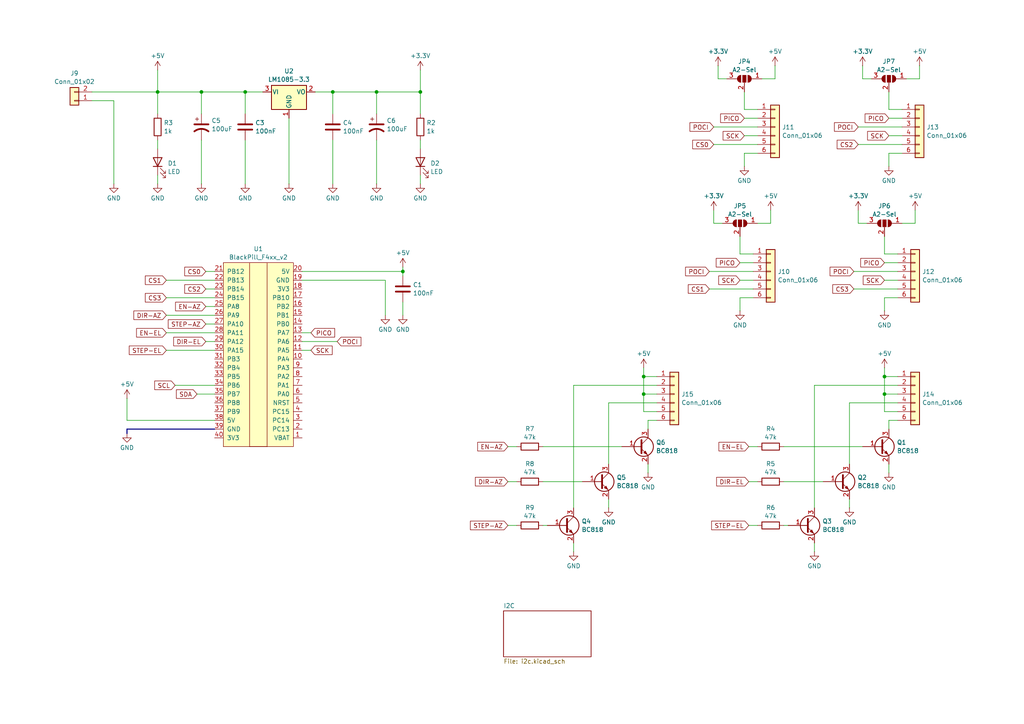
<source format=kicad_sch>
(kicad_sch (version 20231120) (generator "eeschema") (generator_version "8.0")
  (paper "A4")
  (lib_symbols
    (symbol "BlackPill_F4xx_v2:BlackPill_F4xx_v2" (pin_names (offset 1.016))
      (property "Reference" "U" (at -19.05 52.07 0))
      (property "Value" "BlackPill_F4xx_v2" (at -7.62 52.07 0))
      (symbol "BlackPill_F4xx_v2_0_1"
        (rectangle (start -20.32 50.8) (end 0 -2.54) (fill (type background)))
        (rectangle (start -12.7 50.8) (end -7.62 -2.54))
      )
      (symbol "BlackPill_F4xx_v2_1_1"
        (pin power_in line (at 2.54 0 180) (length 2.54) (name "VBAT") (number "1"))
        (pin bidirectional line (at 2.54 22.86 180) (length 2.54) (name "PA4") (number "10"))
        (pin bidirectional line (at 2.54 25.4 180) (length 2.54) (name "PA5") (number "11"))
        (pin bidirectional line (at 2.54 27.94 180) (length 2.54) (name "PA6") (number "12"))
        (pin bidirectional line (at 2.54 30.48 180) (length 2.54) (name "PA7") (number "13"))
        (pin bidirectional line (at 2.54 33.02 180) (length 2.54) (name "PB0") (number "14"))
        (pin bidirectional line (at 2.54 35.56 180) (length 2.54) (name "PB1") (number "15"))
        (pin bidirectional line (at 2.54 38.1 180) (length 2.54) (name "PB2") (number "16"))
        (pin bidirectional line (at 2.54 40.64 180) (length 2.54) (name "PB10") (number "17"))
        (pin power_in line (at 2.54 43.18 180) (length 2.54) (name "3V3") (number "18"))
        (pin power_in line (at 2.54 45.72 180) (length 2.54) (name "GND") (number "19"))
        (pin bidirectional line (at 2.54 2.54 180) (length 2.54) (name "PC13") (number "2"))
        (pin power_in line (at 2.54 48.26 180) (length 2.54) (name "5V") (number "20"))
        (pin bidirectional line (at -22.86 48.26 0) (length 2.54) (name "PB12") (number "21"))
        (pin bidirectional line (at -22.86 45.72 0) (length 2.54) (name "PB13") (number "22"))
        (pin bidirectional line (at -22.86 43.18 0) (length 2.54) (name "PB14") (number "23"))
        (pin bidirectional line (at -22.86 40.64 0) (length 2.54) (name "PB15") (number "24"))
        (pin bidirectional line (at -22.86 38.1 0) (length 2.54) (name "PA8") (number "25"))
        (pin bidirectional line (at -22.86 35.56 0) (length 2.54) (name "PA9") (number "26"))
        (pin bidirectional line (at -22.86 33.02 0) (length 2.54) (name "PA10") (number "27"))
        (pin bidirectional line (at -22.86 30.48 0) (length 2.54) (name "PA11") (number "28"))
        (pin bidirectional line (at -22.86 27.94 0) (length 2.54) (name "PA12") (number "29"))
        (pin bidirectional line (at 2.54 5.08 180) (length 2.54) (name "PC14") (number "3"))
        (pin bidirectional line (at -22.86 25.4 0) (length 2.54) (name "PA15") (number "30"))
        (pin bidirectional line (at -22.86 22.86 0) (length 2.54) (name "PB3") (number "31"))
        (pin bidirectional line (at -22.86 20.32 0) (length 2.54) (name "PB4") (number "32"))
        (pin bidirectional line (at -22.86 17.78 0) (length 2.54) (name "PB5") (number "33"))
        (pin bidirectional line (at -22.86 15.24 0) (length 2.54) (name "PB6") (number "34"))
        (pin bidirectional line (at -22.86 12.7 0) (length 2.54) (name "PB7") (number "35"))
        (pin bidirectional line (at -22.86 10.16 0) (length 2.54) (name "PB8") (number "36"))
        (pin bidirectional line (at -22.86 7.62 0) (length 2.54) (name "PB9") (number "37"))
        (pin bidirectional line (at -22.86 5.08 0) (length 2.54) (name "5V") (number "38"))
        (pin bidirectional line (at -22.86 2.54 0) (length 2.54) (name "GND") (number "39"))
        (pin bidirectional line (at 2.54 7.62 180) (length 2.54) (name "PC15") (number "4"))
        (pin bidirectional line (at -22.86 0 0) (length 2.54) (name "3V3") (number "40"))
        (pin input line (at 2.54 10.16 180) (length 2.54) (name "NRST") (number "5"))
        (pin bidirectional line (at 2.54 12.7 180) (length 2.54) (name "PA0") (number "6"))
        (pin bidirectional line (at 2.54 15.24 180) (length 2.54) (name "PA1") (number "7"))
        (pin bidirectional line (at 2.54 17.78 180) (length 2.54) (name "PA2") (number "8"))
        (pin bidirectional line (at 2.54 20.32 180) (length 2.54) (name "PA3") (number "9"))
      )
    )
    (symbol "Connector_Generic:Conn_01x02" (pin_names (offset 1.016) hide)
      (property "Reference" "J" (at 0 2.54 0))
      (property "Value" "Conn_01x02" (at 0 -5.08 0))
      (symbol "Conn_01x02_1_1"
        (rectangle (start -1.27 -2.413) (end 0 -2.667) (stroke (width 0.1524)))
        (rectangle (start -1.27 0.127) (end 0 -0.127) (stroke (width 0.1524)))
        (rectangle (start -1.27 1.27) (end 1.27 -3.81) (stroke (width 0.254)) (fill (type background)))
        (pin passive line (at -5.08 0 0) (length 3.81) (name "Pin_1") (number "1"))
        (pin passive line (at -5.08 -2.54 0) (length 3.81) (name "Pin_2") (number "2"))
      )
    )
    (symbol "Connector_Generic:Conn_01x06" (pin_names (offset 1.016) hide)
      (property "Reference" "J" (at 0 7.62 0))
      (property "Value" "Conn_01x06" (at 0 -10.16 0))
      (symbol "Conn_01x06_1_1"
        (rectangle (start -1.27 -7.493) (end 0 -7.747) (stroke (width 0.1524)))
        (rectangle (start -1.27 -4.953) (end 0 -5.207) (stroke (width 0.1524)))
        (rectangle (start -1.27 -2.413) (end 0 -2.667) (stroke (width 0.1524)))
        (rectangle (start -1.27 0.127) (end 0 -0.127) (stroke (width 0.1524)))
        (rectangle (start -1.27 2.667) (end 0 2.413) (stroke (width 0.1524)))
        (rectangle (start -1.27 5.207) (end 0 4.953) (stroke (width 0.1524)))
        (rectangle (start -1.27 6.35) (end 1.27 -8.89) (stroke (width 0.254)) (fill (type background)))
        (pin passive line (at -5.08 5.08 0) (length 3.81) (name "Pin_1") (number "1"))
        (pin passive line (at -5.08 2.54 0) (length 3.81) (name "Pin_2") (number "2"))
        (pin passive line (at -5.08 0 0) (length 3.81) (name "Pin_3") (number "3"))
        (pin passive line (at -5.08 -2.54 0) (length 3.81) (name "Pin_4") (number "4"))
        (pin passive line (at -5.08 -5.08 0) (length 3.81) (name "Pin_5") (number "5"))
        (pin passive line (at -5.08 -7.62 0) (length 3.81) (name "Pin_6") (number "6"))
      )
    )
    (symbol "Device:C" (pin_numbers hide) (pin_names (offset 0.254))
      (property "Reference" "C" (at 0.635 2.54 0))
      (property "Value" "C" (at 0.635 -2.54 0))
      (symbol "C_0_1"
        (polyline (pts (xy -2.032 -0.762) (xy 2.032 -0.762)) (stroke (width 0.508)))
        (polyline (pts (xy -2.032 0.762) (xy 2.032 0.762)) (stroke (width 0.508)))
      )
      (symbol "C_1_1"
        (pin passive line (at 0 3.81 270) (length 2.794) (name "~") (number "1"))
        (pin passive line (at 0 -3.81 90) (length 2.794) (name "~") (number "2"))
      )
    )
    (symbol "Device:C_Polarized_US" (pin_numbers hide) (pin_names (offset 0.254) hide)
      (property "Reference" "C" (at 0.635 2.54 0))
      (property "Value" "C_Polarized_US" (at 0.635 -2.54 0))
      (symbol "C_Polarized_US_0_1"
        (polyline (pts (xy -2.032 0.762) (xy 2.032 0.762)) (stroke (width 0.508)))
        (polyline (pts (xy -1.778 2.286) (xy -0.762 2.286)))
        (polyline (pts (xy -1.27 1.778) (xy -1.27 2.794)))
        (arc (start 2.032 -1.27) (mid 0 -0.5572) (end -2.032 -1.27) (stroke (width 0.508)))
      )
      (symbol "C_Polarized_US_1_1"
        (pin passive line (at 0 3.81 270) (length 2.794) (name "~") (number "1"))
        (pin passive line (at 0 -3.81 90) (length 3.302) (name "~") (number "2"))
      )
    )
    (symbol "Device:LED" (pin_numbers hide) (pin_names (offset 1.016) hide)
      (property "Reference" "D" (at 0 2.54 0))
      (property "Value" "LED" (at 0 -2.54 0))
      (symbol "LED_0_1"
        (polyline (pts (xy -1.27 -1.27) (xy -1.27 1.27)) (stroke (width 0.254)))
        (polyline (pts (xy -1.27 0) (xy 1.27 0)))
        (polyline (pts (xy 1.27 -1.27) (xy 1.27 1.27) (xy -1.27 0) (xy 1.27 -1.27)) (stroke (width 0.254)))
        (polyline (pts (xy -3.048 -0.762) (xy -4.572 -2.286) (xy -3.81 -2.286) (xy -4.572 -2.286) (xy -4.572 -1.524)))
        (polyline (pts (xy -1.778 -0.762) (xy -3.302 -2.286) (xy -2.54 -2.286) (xy -3.302 -2.286) (xy -3.302 -1.524)))
      )
      (symbol "LED_1_1"
        (pin passive line (at -3.81 0 0) (length 2.54) (name "K") (number "1"))
        (pin passive line (at 3.81 0 180) (length 2.54) (name "A") (number "2"))
      )
    )
    (symbol "Device:R" (pin_numbers hide) (pin_names (offset 0))
      (property "Reference" "R" (at 2.032 0 90))
      (property "Value" "R" (at 0 0 90))
      (symbol "R_0_1"
        (rectangle (start -1.016 -2.54) (end 1.016 2.54) (stroke (width 0.254)))
      )
      (symbol "R_1_1"
        (pin passive line (at 0 3.81 270) (length 1.27) (name "~") (number "1"))
        (pin passive line (at 0 -3.81 90) (length 1.27) (name "~") (number "2"))
      )
    )
    (symbol "Jumper:SolderJumper_3_Open" (pin_names (offset 0) hide) (exclude_from_sim yes) (in_bom no)
      (property "Reference" "JP" (at -2.54 -2.54 0))
      (property "Value" "SolderJumper_3_Open" (at 0 2.794 0))
      (symbol "SolderJumper_3_Open_0_1"
        (arc (start -1.016 1.016) (mid -2.0276 0) (end -1.016 -1.016))
        (arc (start -1.016 1.016) (mid -2.0276 0) (end -1.016 -1.016) (fill (type outline)))
        (rectangle (start -0.508 1.016) (end 0.508 -1.016) (fill (type outline)))
        (polyline (pts (xy -2.54 0) (xy -2.032 0)))
        (polyline (pts (xy -1.016 1.016) (xy -1.016 -1.016)))
        (polyline (pts (xy 0 -1.27) (xy 0 -1.016)))
        (polyline (pts (xy 1.016 1.016) (xy 1.016 -1.016)))
        (polyline (pts (xy 2.54 0) (xy 2.032 0)))
        (arc (start 1.016 -1.016) (mid 2.0276 0) (end 1.016 1.016))
        (arc (start 1.016 -1.016) (mid 2.0276 0) (end 1.016 1.016) (fill (type outline)))
      )
      (symbol "SolderJumper_3_Open_1_1"
        (pin passive line (at -5.08 0 0) (length 2.54) (name "A") (number "1"))
        (pin passive line (at 0 -3.81 90) (length 2.54) (name "C") (number "2"))
        (pin passive line (at 5.08 0 180) (length 2.54) (name "B") (number "3"))
      )
    )
    (symbol "Regulator_Linear:LM1085-3.3" (pin_names (offset 0.254))
      (property "Reference" "U" (at -3.81 3.175 0))
      (property "Value" "LM1085-3.3" (at 0 3.175 0))
      (symbol "LM1085-3.3_0_1"
        (rectangle (start -5.08 1.905) (end 5.08 -5.08) (stroke (width 0.254)) (fill (type background)))
      )
      (symbol "LM1085-3.3_1_1"
        (pin power_in line (at 0 -7.62 90) (length 2.54) (name "GND") (number "1"))
        (pin power_out line (at 7.62 0 180) (length 2.54) (name "VO") (number "2"))
        (pin power_in line (at -7.62 0 0) (length 2.54) (name "VI") (number "3"))
      )
    )
    (symbol "Transistor_BJT:BC818" (pin_names (offset 0) hide)
      (property "Reference" "Q" (at 5.08 1.905 0))
      (property "Value" "BC818" (at 5.08 0 0))
      (symbol "BC818_0_1"
        (polyline (pts (xy 0.635 0.635) (xy 2.54 2.54)))
        (polyline (pts (xy 0.635 -0.635) (xy 2.54 -2.54) (xy 2.54 -2.54)))
        (polyline (pts (xy 0.635 1.905) (xy 0.635 -1.905) (xy 0.635 -1.905)) (stroke (width 0.508)))
        (polyline (pts (xy 1.27 -1.778) (xy 1.778 -1.27) (xy 2.286 -2.286) (xy 1.27 -1.778) (xy 1.27 -1.778)) (fill (type outline)))
        (circle (center 1.27 0) (radius 2.8194) (stroke (width 0.254)))
      )
      (symbol "BC818_1_1"
        (pin input line (at -5.08 0 0) (length 5.715) (name "B") (number "1"))
        (pin passive line (at 2.54 -5.08 90) (length 2.54) (name "E") (number "2"))
        (pin passive line (at 2.54 5.08 270) (length 2.54) (name "C") (number "3"))
      )
    )
    (symbol "power:+3.3V" (power) (pin_numbers hide) (pin_names (offset 0) hide)
      (property "Value" "+3.3V" (at 0 3.556 0))
      (symbol "+3.3V_0_1"
        (polyline (pts (xy -0.762 1.27) (xy 0 2.54)))
        (polyline (pts (xy 0 0) (xy 0 2.54)))
        (polyline (pts (xy 0 2.54) (xy 0.762 1.27)))
      )
      (symbol "+3.3V_1_1"
        (pin power_in line (at 0 0 90) (length 0) (name "~") (number "1"))
      )
    )
    (symbol "power:+5V" (power) (pin_numbers hide) (pin_names (offset 0) hide)
      (property "Value" "+5V" (at 0 3.556 0))
      (symbol "+5V_0_1"
        (polyline (pts (xy -0.762 1.27) (xy 0 2.54)))
        (polyline (pts (xy 0 0) (xy 0 2.54)))
        (polyline (pts (xy 0 2.54) (xy 0.762 1.27)))
      )
      (symbol "+5V_1_1"
        (pin power_in line (at 0 0 90) (length 0) (name "~") (number "1"))
      )
    )
    (symbol "power:GND" (power) (pin_numbers hide) (pin_names (offset 0) hide)
      (property "Value" "GND" (at 0 -3.81 0))
      (symbol "GND_0_1"
        (polyline (pts (xy 0 0) (xy 0 -1.27) (xy 1.27 -1.27) (xy 0 -2.54) (xy -1.27 -1.27) (xy 0 -1.27)))
      )
      (symbol "GND_1_1"
        (pin power_in line (at 0 0 270) (length 0) (name "~") (number "1"))
      )
    )
  )
  (junction (at 45.72 26.67))
  (junction (at 58.42 26.67))
  (junction (at 186.69 109.22))
  (junction (at 109.22 26.67))
  (junction (at 121.92 26.67))
  (junction (at 186.69 114.3))
  (junction (at 256.54 109.22))
  (junction (at 96.52 26.67))
  (junction (at 256.54 114.3))
  (junction (at 116.84 78.74))
  (junction (at 71.12 26.67))
  (wire (pts (xy 186.69 114.3) (xy 186.69 119.38)))
  (wire (pts (xy 121.92 50.8) (xy 121.92 53.34)))
  (wire (pts (xy 58.42 40.64) (xy 58.42 53.34)))
  (wire (pts (xy 87.63 78.74) (xy 116.84 78.74)))
  (wire (pts (xy 262.89 22.86) (xy 266.7 22.86)))
  (wire (pts (xy 246.38 116.84) (xy 246.38 134.62)))
  (wire (pts (xy 187.96 124.46) (xy 187.96 121.92)))
  (wire (pts (xy 157.48 139.7) (xy 168.91 139.7)))
  (wire (pts (xy 87.63 99.06) (xy 97.79 99.06)))
  (wire (pts (xy 250.19 19.05) (xy 250.19 22.86)))
  (wire (pts (xy 208.28 19.05) (xy 208.28 22.86)))
  (wire (pts (xy 147.32 152.4) (xy 149.86 152.4)))
  (wire (pts (xy 116.84 87.63) (xy 116.84 91.44)))
  (wire (pts (xy 71.12 40.64) (xy 71.12 53.34)))
  (wire (pts (xy 166.37 111.76) (xy 190.5 111.76)))
  (wire (pts (xy 109.22 40.64) (xy 109.22 53.34)))
  (wire (pts (xy 57.15 114.3) (xy 62.23 114.3)))
  (wire (pts (xy 48.26 86.36) (xy 62.23 86.36)))
  (wire (pts (xy 96.52 26.67) (xy 109.22 26.67)))
  (wire (pts (xy 257.81 124.46) (xy 257.81 121.92)))
  (wire (pts (xy 45.72 50.8) (xy 45.72 53.34)))
  (wire (pts (xy 261.62 44.45) (xy 257.81 44.45)))
  (wire (pts (xy 50.8 111.76) (xy 62.23 111.76)))
  (wire (pts (xy 36.83 115.57) (xy 36.83 121.92)))
  (wire (pts (xy 121.92 26.67) (xy 121.92 33.02)))
  (wire (pts (xy 48.26 101.6) (xy 62.23 101.6)))
  (wire (pts (xy 236.22 147.32) (xy 236.22 111.76)))
  (wire (pts (xy 116.84 78.74) (xy 116.84 80.01)))
  (wire (pts (xy 257.81 26.67) (xy 257.81 31.75)))
  (wire (pts (xy 236.22 157.48) (xy 236.22 160.02)))
  (wire (pts (xy 109.22 26.67) (xy 121.92 26.67)))
  (wire (pts (xy 219.71 44.45) (xy 215.9 44.45)))
  (wire (pts (xy 147.32 129.54) (xy 149.86 129.54)))
  (wire (pts (xy 121.92 26.67) (xy 121.92 20.32)))
  (wire (pts (xy 186.69 114.3) (xy 190.5 114.3)))
  (wire (pts (xy 207.01 41.91) (xy 219.71 41.91)))
  (wire (pts (xy 157.48 152.4) (xy 158.75 152.4)))
  (wire (pts (xy 217.17 129.54) (xy 219.71 129.54)))
  (wire (pts (xy 257.81 121.92) (xy 260.35 121.92)))
  (wire (pts (xy 96.52 40.64) (xy 96.52 53.34)))
  (wire (pts (xy 187.96 121.92) (xy 190.5 121.92)))
  (wire (pts (xy 265.43 64.77) (xy 265.43 60.96)))
  (wire (pts (xy 257.81 34.29) (xy 261.62 34.29)))
  (wire (pts (xy 224.79 22.86) (xy 224.79 19.05)))
  (wire (pts (xy 207.01 64.77) (xy 209.55 64.77)))
  (wire (pts (xy 250.19 22.86) (xy 252.73 22.86)))
  (wire (pts (xy 121.92 40.64) (xy 121.92 43.18)))
  (wire (pts (xy 109.22 26.67) (xy 109.22 33.02)))
  (wire (pts (xy 248.92 41.91) (xy 261.62 41.91)))
  (wire (pts (xy 257.81 134.62) (xy 257.81 137.16)))
  (wire (pts (xy 45.72 26.67) (xy 45.72 33.02)))
  (wire (pts (xy 256.54 86.36) (xy 256.54 90.17)))
  (wire (pts (xy 71.12 26.67) (xy 76.2 26.67)))
  (wire (pts (xy 260.35 86.36) (xy 256.54 86.36)))
  (wire (pts (xy 256.54 109.22) (xy 260.35 109.22)))
  (wire (pts (xy 157.48 129.54) (xy 180.34 129.54)))
  (wire (pts (xy 59.69 88.9) (xy 62.23 88.9)))
  (wire (pts (xy 217.17 152.4) (xy 219.71 152.4)))
  (wire (pts (xy 219.71 31.75) (xy 215.9 31.75)))
  (wire (pts (xy 59.69 78.74) (xy 62.23 78.74)))
  (wire (pts (xy 260.35 116.84) (xy 246.38 116.84)))
  (wire (pts (xy 227.33 129.54) (xy 250.19 129.54)))
  (wire (pts (xy 248.92 64.77) (xy 251.46 64.77)))
  (wire (pts (xy 83.82 34.29) (xy 83.82 53.34)))
  (wire (pts (xy 58.42 26.67) (xy 45.72 26.67)))
  (wire (pts (xy 187.96 134.62) (xy 187.96 137.16)))
  (wire (pts (xy 176.53 144.78) (xy 176.53 147.32)))
  (wire (pts (xy 71.12 26.67) (xy 71.12 33.02)))
  (wire (pts (xy 205.74 83.82) (xy 218.44 83.82)))
  (wire (pts (xy 215.9 26.67) (xy 215.9 31.75)))
  (wire (pts (xy 257.81 44.45) (xy 257.81 48.26)))
  (wire (pts (xy 260.35 73.66) (xy 256.54 73.66)))
  (wire (pts (xy 256.54 109.22) (xy 256.54 114.3)))
  (wire (pts (xy 59.69 83.82) (xy 62.23 83.82)))
  (wire (pts (xy 214.63 76.2) (xy 218.44 76.2)))
  (wire (pts (xy 247.65 78.74) (xy 260.35 78.74)))
  (wire (pts (xy 205.74 78.74) (xy 218.44 78.74)))
  (wire (pts (xy 190.5 116.84) (xy 176.53 116.84)))
  (wire (pts (xy 48.26 96.52) (xy 62.23 96.52)))
  (wire (pts (xy 58.42 26.67) (xy 71.12 26.67)))
  (wire (pts (xy 176.53 116.84) (xy 176.53 134.62)))
  (wire (pts (xy 256.54 119.38) (xy 260.35 119.38)))
  (wire (pts (xy 111.76 81.28) (xy 111.76 91.44)))
  (wire (pts (xy 207.01 36.83) (xy 219.71 36.83)))
  (wire (pts (xy 217.17 139.7) (xy 219.71 139.7)))
  (wire (pts (xy 248.92 36.83) (xy 261.62 36.83)))
  (wire (pts (xy 59.69 93.98) (xy 62.23 93.98)))
  (wire (pts (xy 214.63 68.58) (xy 214.63 73.66)))
  (wire (pts (xy 257.81 39.37) (xy 261.62 39.37)))
  (wire (pts (xy 87.63 101.6) (xy 90.17 101.6)))
  (wire (pts (xy 186.69 119.38) (xy 190.5 119.38)))
  (wire (pts (xy 223.52 64.77) (xy 223.52 60.96)))
  (wire (pts (xy 248.92 60.96) (xy 248.92 64.77)))
  (wire (pts (xy 261.62 64.77) (xy 265.43 64.77)))
  (bus (pts (xy 62.23 124.46) (xy 36.83 124.46)))
  (wire (pts (xy 227.33 139.7) (xy 238.76 139.7)))
  (wire (pts (xy 215.9 44.45) (xy 215.9 48.26)))
  (bus (pts (xy 36.83 124.46) (xy 36.83 125.73)))
  (wire (pts (xy 208.28 22.86) (xy 210.82 22.86)))
  (wire (pts (xy 218.44 86.36) (xy 214.63 86.36)))
  (wire (pts (xy 48.26 81.28) (xy 62.23 81.28)))
  (wire (pts (xy 261.62 31.75) (xy 257.81 31.75)))
  (wire (pts (xy 256.54 114.3) (xy 260.35 114.3)))
  (wire (pts (xy 214.63 81.28) (xy 218.44 81.28)))
  (wire (pts (xy 91.44 26.67) (xy 96.52 26.67)))
  (wire (pts (xy 247.65 83.82) (xy 260.35 83.82)))
  (wire (pts (xy 218.44 73.66) (xy 214.63 73.66)))
  (wire (pts (xy 147.32 139.7) (xy 149.86 139.7)))
  (wire (pts (xy 87.63 81.28) (xy 111.76 81.28)))
  (wire (pts (xy 227.33 152.4) (xy 228.6 152.4)))
  (wire (pts (xy 256.54 114.3) (xy 256.54 119.38)))
  (wire (pts (xy 256.54 81.28) (xy 260.35 81.28)))
  (wire (pts (xy 186.69 109.22) (xy 190.5 109.22)))
  (wire (pts (xy 33.02 29.21) (xy 33.02 53.34)))
  (wire (pts (xy 87.63 96.52) (xy 90.17 96.52)))
  (wire (pts (xy 116.84 77.47) (xy 116.84 78.74)))
  (wire (pts (xy 256.54 68.58) (xy 256.54 73.66)))
  (wire (pts (xy 215.9 34.29) (xy 219.71 34.29)))
  (wire (pts (xy 186.69 106.68) (xy 186.69 109.22)))
  (wire (pts (xy 45.72 26.67) (xy 45.72 20.32)))
  (wire (pts (xy 45.72 40.64) (xy 45.72 43.18)))
  (wire (pts (xy 256.54 76.2) (xy 260.35 76.2)))
  (wire (pts (xy 246.38 144.78) (xy 246.38 147.32)))
  (wire (pts (xy 26.67 29.21) (xy 33.02 29.21)))
  (wire (pts (xy 166.37 157.48) (xy 166.37 160.02)))
  (wire (pts (xy 220.98 22.86) (xy 224.79 22.86)))
  (wire (pts (xy 62.23 121.92) (xy 36.83 121.92)))
  (wire (pts (xy 186.69 109.22) (xy 186.69 114.3)))
  (wire (pts (xy 59.69 99.06) (xy 62.23 99.06)))
  (wire (pts (xy 266.7 22.86) (xy 266.7 19.05)))
  (wire (pts (xy 215.9 39.37) (xy 219.71 39.37)))
  (wire (pts (xy 256.54 106.68) (xy 256.54 109.22)))
  (wire (pts (xy 214.63 86.36) (xy 214.63 90.17)))
  (wire (pts (xy 48.26 91.44) (xy 62.23 91.44)))
  (wire (pts (xy 219.71 64.77) (xy 223.52 64.77)))
  (wire (pts (xy 166.37 147.32) (xy 166.37 111.76)))
  (wire (pts (xy 96.52 26.67) (xy 96.52 33.02)))
  (wire (pts (xy 26.67 26.67) (xy 45.72 26.67)))
  (wire (pts (xy 236.22 111.76) (xy 260.35 111.76)))
  (wire (pts (xy 58.42 26.67) (xy 58.42 33.02)))
  (wire (pts (xy 207.01 60.96) (xy 207.01 64.77)))
  (global_label "EN-AZ" (shape input) (at 59.69 88.9 180) (property "Intersheetrefs" "${INTERSHEET_REFS}" (effects (hide yes))))
  (global_label "CS2" (shape input) (at 59.69 83.82 180) (property "Intersheetrefs" "${INTERSHEET_REFS}" (effects (hide yes))))
  (global_label "SCK" (shape input) (at 256.54 81.28 180) (property "Intersheetrefs" "${INTERSHEET_REFS}" (effects (hide yes))))
  (global_label "STEP-AZ" (shape input) (at 147.32 152.4 180) (property "Intersheetrefs" "${INTERSHEET_REFS}" (effects (hide yes))))
  (global_label "CS1" (shape input) (at 205.74 83.82 180) (property "Intersheetrefs" "${INTERSHEET_REFS}" (effects (hide yes))))
  (global_label "DIR-AZ" (shape input) (at 147.32 139.7 180) (property "Intersheetrefs" "${INTERSHEET_REFS}" (effects (hide yes))))
  (global_label "DIR-EL" (shape input) (at 59.69 99.06 180) (property "Intersheetrefs" "${INTERSHEET_REFS}" (effects (hide yes))))
  (global_label "CS3" (shape input) (at 247.65 83.82 180) (property "Intersheetrefs" "${INTERSHEET_REFS}" (effects (hide yes))))
  (global_label "STEP-EL" (shape input) (at 48.26 101.6 180) (property "Intersheetrefs" "${INTERSHEET_REFS}" (effects (hide yes))))
  (global_label "CS3" (shape input) (at 48.26 86.36 180) (property "Intersheetrefs" "${INTERSHEET_REFS}" (effects (hide yes))))
  (global_label "SCK" (shape input) (at 215.9 39.37 180) (property "Intersheetrefs" "${INTERSHEET_REFS}" (effects (hide yes))))
  (global_label "DIR-EL" (shape input) (at 217.17 139.7 180) (property "Intersheetrefs" "${INTERSHEET_REFS}" (effects (hide yes))))
  (global_label "CS1" (shape input) (at 48.26 81.28 180) (property "Intersheetrefs" "${INTERSHEET_REFS}" (effects (hide yes))))
  (global_label "DIR-AZ" (shape input) (at 48.26 91.44 180) (property "Intersheetrefs" "${INTERSHEET_REFS}" (effects (hide yes))))
  (global_label "PICO" (shape input) (at 90.17 96.52 0) (property "Intersheetrefs" "${INTERSHEET_REFS}" (effects (hide yes))))
  (global_label "CS0" (shape input) (at 59.69 78.74 180) (property "Intersheetrefs" "${INTERSHEET_REFS}" (effects (hide yes))))
  (global_label "SCL" (shape input) (at 50.8 111.76 180) (property "Intersheetrefs" "${INTERSHEET_REFS}" (effects (hide yes))))
  (global_label "SCK" (shape input) (at 257.81 39.37 180) (property "Intersheetrefs" "${INTERSHEET_REFS}" (effects (hide yes))))
  (global_label "STEP-AZ" (shape input) (at 59.69 93.98 180) (property "Intersheetrefs" "${INTERSHEET_REFS}" (effects (hide yes))))
  (global_label "PICO" (shape input) (at 256.54 76.2 180) (property "Intersheetrefs" "${INTERSHEET_REFS}" (effects (hide yes))))
  (global_label "CS0" (shape input) (at 207.01 41.91 180) (property "Intersheetrefs" "${INTERSHEET_REFS}" (effects (hide yes))))
  (global_label "SDA" (shape input) (at 57.15 114.3 180) (property "Intersheetrefs" "${INTERSHEET_REFS}" (effects (hide yes))))
  (global_label "PICO" (shape input) (at 257.81 34.29 180) (property "Intersheetrefs" "${INTERSHEET_REFS}" (effects (hide yes))))
  (global_label "PICO" (shape input) (at 214.63 76.2 180) (property "Intersheetrefs" "${INTERSHEET_REFS}" (effects (hide yes))))
  (global_label "POCI" (shape input) (at 207.01 36.83 180) (property "Intersheetrefs" "${INTERSHEET_REFS}" (effects (hide yes))))
  (global_label "EN-EL" (shape input) (at 217.17 129.54 180) (property "Intersheetrefs" "${INTERSHEET_REFS}" (effects (hide yes))))
  (global_label "SCK" (shape input) (at 214.63 81.28 180) (property "Intersheetrefs" "${INTERSHEET_REFS}" (effects (hide yes))))
  (global_label "POCI" (shape input) (at 248.92 36.83 180) (property "Intersheetrefs" "${INTERSHEET_REFS}" (effects (hide yes))))
  (global_label "POCI" (shape input) (at 97.79 99.06 0) (property "Intersheetrefs" "${INTERSHEET_REFS}" (effects (hide yes))))
  (global_label "SCK" (shape input) (at 90.17 101.6 0) (property "Intersheetrefs" "${INTERSHEET_REFS}" (effects (hide yes))))
  (global_label "CS2" (shape input) (at 248.92 41.91 180) (property "Intersheetrefs" "${INTERSHEET_REFS}" (effects (hide yes))))
  (global_label "STEP-EL" (shape input) (at 217.17 152.4 180) (property "Intersheetrefs" "${INTERSHEET_REFS}" (effects (hide yes))))
  (global_label "POCI" (shape input) (at 205.74 78.74 180) (property "Intersheetrefs" "${INTERSHEET_REFS}" (effects (hide yes))))
  (global_label "EN-AZ" (shape input) (at 147.32 129.54 180) (property "Intersheetrefs" "${INTERSHEET_REFS}" (effects (hide yes))))
  (global_label "POCI" (shape input) (at 247.65 78.74 180) (property "Intersheetrefs" "${INTERSHEET_REFS}" (effects (hide yes))))
  (global_label "PICO" (shape input) (at 215.9 34.29 180) (property "Intersheetrefs" "${INTERSHEET_REFS}" (effects (hide yes))))
  (global_label "EN-EL" (shape input) (at 48.26 96.52 180) (property "Intersheetrefs" "${INTERSHEET_REFS}" (effects (hide yes))))
  (symbol (lib_id "Device:LED") (at 45.72 46.99 90) (unit 1)
    (property "Reference" "D1" (at 48.641 47.3653 90) (effects (justify right)))
    (property "Value" "LED" (at 48.641 49.7896 90) (effects (justify right)))
    (property "Description" "Light emitting diode" (effects (hide yes)))
  )
  (symbol (lib_id "power:GND") (at 246.38 147.32 0) (unit 1)
    (property "Reference" "#PWR063" (effects (hide yes)))
    (property "Value" "GND" (at 246.38 151.4531 0))
    (property "Description" "Power symbol creates a global label with name \"GND\" , ground" (effects (hide yes)))
  )
  (symbol (lib_id "Regulator_Linear:LM1085-3.3") (at 83.82 26.67 0) (unit 1)
    (property "Reference" "U2" (at 83.82 20.6205 0))
    (property "Value" "LM1085-3.3" (at 83.82 23.0448 0))
    (property "Datasheet" "http://www.ti.com/lit/ds/symlink/lm1085.pdf" (effects (hide yes)))
    (property "Description" "3A 27V Linear Regulator, Fixed Output 3.3V, TO-220/TO-263" (effects (hide yes)))
  )
  (symbol (lib_id "Device:LED") (at 121.92 46.99 90) (unit 1)
    (property "Reference" "D2" (at 124.841 47.3653 90) (effects (justify right)))
    (property "Value" "LED" (at 124.841 49.7896 90) (effects (justify right)))
    (property "Description" "Light emitting diode" (effects (hide yes)))
  )
  (symbol (lib_id "power:GND") (at 33.02 53.34 0) (unit 1)
    (property "Reference" "#PWR049" (effects (hide yes)))
    (property "Value" "GND" (at 33.02 57.4731 0))
    (property "Description" "Power symbol creates a global label with name \"GND\" , ground" (effects (hide yes)))
  )
  (symbol (lib_id "power:+5V") (at 36.83 115.57 0) (unit 1)
    (property "Reference" "#PWR04" (effects (hide yes)))
    (property "Value" "+5V" (at 36.83 111.4369 0))
    (property "Description" "Power symbol creates a global label with name \"+5V\"" (effects (hide yes)))
  )
  (symbol (lib_id "power:+5V") (at 265.43 60.96 0) (unit 1)
    (property "Reference" "#PWR060" (effects (hide yes)))
    (property "Value" "+5V" (at 265.43 56.8269 0))
    (property "Description" "Power symbol creates a global label with name \"+5V\"" (effects (hide yes)))
  )
  (symbol (lib_id "Device:R") (at 153.67 152.4 270) (unit 1)
    (property "Reference" "R9" (at 153.67 147.2395 90))
    (property "Value" "47k" (at 153.67 149.6638 90))
    (property "Description" "Resistor" (effects (hide yes)))
  )
  (symbol (lib_id "power:+5V") (at 256.54 106.68 0) (unit 1)
    (property "Reference" "#PWR065" (effects (hide yes)))
    (property "Value" "+5V" (at 256.54 102.5469 0))
    (property "Description" "Power symbol creates a global label with name \"+5V\"" (effects (hide yes)))
  )
  (symbol (lib_id "power:GND") (at 96.52 53.34 0) (unit 1)
    (property "Reference" "#PWR043" (effects (hide yes)))
    (property "Value" "GND" (at 96.52 57.4731 0))
    (property "Description" "Power symbol creates a global label with name \"GND\" , ground" (effects (hide yes)))
  )
  (symbol (lib_id "power:+5V") (at 223.52 60.96 0) (unit 1)
    (property "Reference" "#PWR055" (effects (hide yes)))
    (property "Value" "+5V" (at 223.52 56.8269 0))
    (property "Description" "Power symbol creates a global label with name \"+5V\"" (effects (hide yes)))
  )
  (symbol (lib_id "Jumper:SolderJumper_3_Open") (at 257.81 22.86 0) (mirror y) (unit 1) (exclude_from_sim yes) (in_bom no)
    (property "Reference" "JP7" (at 257.81 17.8265 0))
    (property "Value" "A2-Sel" (at 257.81 20.2508 0))
    (property "Description" "Solder Jumper, 3-pole, open" (effects (hide yes)))
  )
  (symbol (lib_id "Device:C_Polarized_US") (at 109.22 36.83 0) (unit 1)
    (property "Reference" "C6" (at 112.141 34.9828 0) (effects (justify left)))
    (property "Value" "100uF" (at 112.141 37.4071 0) (effects (justify left)))
    (property "Description" "Polarized capacitor, US symbol" (effects (hide yes)))
  )
  (symbol (lib_id "power:GND") (at 71.12 53.34 0) (unit 1)
    (property "Reference" "#PWR042" (effects (hide yes)))
    (property "Value" "GND" (at 71.12 57.4731 0))
    (property "Description" "Power symbol creates a global label with name \"GND\" , ground" (effects (hide yes)))
  )
  (symbol (lib_id "power:+3.3V") (at 248.92 60.96 0) (unit 1)
    (property "Reference" "#PWR056" (effects (hide yes)))
    (property "Value" "+3.3V" (at 248.92 56.8269 0))
    (property "Description" "Power symbol creates a global label with name \"+3.3V\"" (effects (hide yes)))
  )
  (symbol (lib_id "Jumper:SolderJumper_3_Open") (at 214.63 64.77 0) (mirror y) (unit 1) (exclude_from_sim yes) (in_bom no)
    (property "Reference" "JP5" (at 214.63 59.7365 0))
    (property "Value" "A2-Sel" (at 214.63 62.1608 0))
    (property "Description" "Solder Jumper, 3-pole, open" (effects (hide yes)))
  )
  (symbol (lib_id "Transistor_BJT:BC818") (at 173.99 139.7 0) (unit 1)
    (property "Reference" "Q5" (at 178.8414 138.4878 0) (effects (justify left)))
    (property "Value" "BC818" (at 178.8414 140.9121 0) (effects (justify left)))
    (property "Footprint" "Package_TO_SOT_SMD:SOT-23" (effects (hide yes)))
    (property "Datasheet" "https://www.onsemi.com/pub/Collateral/BC818-D.pdf" (effects (hide yes)))
    (property "Description" "0.8A Ic, 25V Vce, NPN Transistor, SOT-23" (effects (hide yes)))
  )
  (symbol (lib_id "Jumper:SolderJumper_3_Open") (at 256.54 64.77 0) (mirror y) (unit 1) (exclude_from_sim yes) (in_bom no)
    (property "Reference" "JP6" (at 256.54 59.7365 0))
    (property "Value" "A2-Sel" (at 256.54 62.1608 0))
    (property "Description" "Solder Jumper, 3-pole, open" (effects (hide yes)))
  )
  (symbol (lib_id "Connector_Generic:Conn_01x06") (at 224.79 36.83 0) (unit 1)
    (property "Reference" "J11" (at 226.822 36.8878 0) (effects (justify left)))
    (property "Value" "Conn_01x06" (at 226.822 39.3121 0) (effects (justify left)))
    (property "Description" "Generic connector, single row, 01x06, script generated (kicad-library-utils/schlib/autogen/connector/)" (effects (hide yes)))
  )
  (symbol (lib_id "Device:C") (at 96.52 36.83 0) (unit 1)
    (property "Reference" "C4" (at 99.441 35.6178 0) (effects (justify left)))
    (property "Value" "100nF" (at 99.441 38.0421 0) (effects (justify left)))
    (property "Description" "Unpolarized capacitor" (effects (hide yes)))
  )
  (symbol (lib_id "Transistor_BJT:BC818") (at 233.68 152.4 0) (unit 1)
    (property "Reference" "Q3" (at 238.5314 151.1878 0) (effects (justify left)))
    (property "Value" "BC818" (at 238.5314 153.6121 0) (effects (justify left)))
    (property "Footprint" "Package_TO_SOT_SMD:SOT-23" (effects (hide yes)))
    (property "Datasheet" "https://www.onsemi.com/pub/Collateral/BC818-D.pdf" (effects (hide yes)))
    (property "Description" "0.8A Ic, 25V Vce, NPN Transistor, SOT-23" (effects (hide yes)))
  )
  (symbol (lib_id "power:+3.3V") (at 208.28 19.05 0) (unit 1)
    (property "Reference" "#PWR052" (effects (hide yes)))
    (property "Value" "+3.3V" (at 208.28 14.9169 0))
    (property "Description" "Power symbol creates a global label with name \"+3.3V\"" (effects (hide yes)))
  )
  (symbol (lib_id "Transistor_BJT:BC818") (at 185.42 129.54 0) (unit 1)
    (property "Reference" "Q6" (at 190.2714 128.3278 0) (effects (justify left)))
    (property "Value" "BC818" (at 190.2714 130.7521 0) (effects (justify left)))
    (property "Footprint" "Package_TO_SOT_SMD:SOT-23" (effects (hide yes)))
    (property "Datasheet" "https://www.onsemi.com/pub/Collateral/BC818-D.pdf" (effects (hide yes)))
    (property "Description" "0.8A Ic, 25V Vce, NPN Transistor, SOT-23" (effects (hide yes)))
  )
  (symbol (lib_id "power:GND") (at 111.76 91.44 0) (unit 1)
    (property "Reference" "#PWR03" (effects (hide yes)))
    (property "Value" "GND" (at 111.76 95.5731 0))
    (property "Description" "Power symbol creates a global label with name \"GND\" , ground" (effects (hide yes)))
  )
  (symbol (lib_id "power:+3.3V") (at 207.01 60.96 0) (unit 1)
    (property "Reference" "#PWR053" (effects (hide yes)))
    (property "Value" "+3.3V" (at 207.01 56.8269 0))
    (property "Description" "Power symbol creates a global label with name \"+3.3V\"" (effects (hide yes)))
  )
  (symbol (lib_id "power:GND") (at 109.22 53.34 0) (unit 1)
    (property "Reference" "#PWR044" (effects (hide yes)))
    (property "Value" "GND" (at 109.22 57.4731 0))
    (property "Description" "Power symbol creates a global label with name \"GND\" , ground" (effects (hide yes)))
  )
  (symbol (lib_id "Device:C_Polarized_US") (at 58.42 36.83 0) (unit 1)
    (property "Reference" "C5" (at 61.341 34.9828 0) (effects (justify left)))
    (property "Value" "100uF" (at 61.341 37.4071 0) (effects (justify left)))
    (property "Description" "Polarized capacitor, US symbol" (effects (hide yes)))
  )
  (symbol (lib_id "power:GND") (at 176.53 147.32 0) (unit 1)
    (property "Reference" "#PWR067" (effects (hide yes)))
    (property "Value" "GND" (at 176.53 151.4531 0))
    (property "Description" "Power symbol creates a global label with name \"GND\" , ground" (effects (hide yes)))
  )
  (symbol (lib_id "power:+5V") (at 266.7 19.05 0) (unit 1)
    (property "Reference" "#PWR061" (effects (hide yes)))
    (property "Value" "+5V" (at 266.7 14.9169 0))
    (property "Description" "Power symbol creates a global label with name \"+5V\"" (effects (hide yes)))
  )
  (symbol (lib_id "Connector_Generic:Conn_01x06") (at 265.43 78.74 0) (unit 1)
    (property "Reference" "J12" (at 267.462 78.7978 0) (effects (justify left)))
    (property "Value" "Conn_01x06" (at 267.462 81.2221 0) (effects (justify left)))
    (property "Description" "Generic connector, single row, 01x06, script generated (kicad-library-utils/schlib/autogen/connector/)" (effects (hide yes)))
  )
  (symbol (lib_id "Transistor_BJT:BC818") (at 255.27 129.54 0) (unit 1)
    (property "Reference" "Q1" (at 260.1214 128.3278 0) (effects (justify left)))
    (property "Value" "BC818" (at 260.1214 130.7521 0) (effects (justify left)))
    (property "Footprint" "Package_TO_SOT_SMD:SOT-23" (effects (hide yes)))
    (property "Datasheet" "https://www.onsemi.com/pub/Collateral/BC818-D.pdf" (effects (hide yes)))
    (property "Description" "0.8A Ic, 25V Vce, NPN Transistor, SOT-23" (effects (hide yes)))
  )
  (symbol (lib_id "BlackPill_F4xx_v2:BlackPill_F4xx_v2") (at 85.09 127 0) (unit 1)
    (property "Reference" "U1" (at 74.93 72.1825 0))
    (property "Value" "BlackPill_F4xx_v2" (at 74.93 74.6068 0))
    (property "Footprint" "BlackPill_F4xx_v2:BlackPill_F4xx_v2" (effects (hide yes)))
  )
  (symbol (lib_id "Connector_Generic:Conn_01x06") (at 266.7 36.83 0) (unit 1)
    (property "Reference" "J13" (at 268.732 36.8878 0) (effects (justify left)))
    (property "Value" "Conn_01x06" (at 268.732 39.3121 0) (effects (justify left)))
    (property "Description" "Generic connector, single row, 01x06, script generated (kicad-library-utils/schlib/autogen/connector/)" (effects (hide yes)))
  )
  (symbol (lib_id "power:GND") (at 257.81 137.16 0) (unit 1)
    (property "Reference" "#PWR064" (effects (hide yes)))
    (property "Value" "GND" (at 257.81 141.2931 0))
    (property "Description" "Power symbol creates a global label with name \"GND\" , ground" (effects (hide yes)))
  )
  (symbol (lib_id "Device:R") (at 153.67 129.54 270) (unit 1)
    (property "Reference" "R7" (at 153.67 124.3795 90))
    (property "Value" "47k" (at 153.67 126.8038 90))
    (property "Description" "Resistor" (effects (hide yes)))
  )
  (symbol (lib_id "power:GND") (at 214.63 90.17 0) (unit 1)
    (property "Reference" "#PWR054" (effects (hide yes)))
    (property "Value" "GND" (at 214.63 94.3031 0))
    (property "Description" "Power symbol creates a global label with name \"GND\" , ground" (effects (hide yes)))
  )
  (symbol (lib_id "power:GND") (at 187.96 137.16 0) (unit 1)
    (property "Reference" "#PWR069" (effects (hide yes)))
    (property "Value" "GND" (at 187.96 141.2931 0))
    (property "Description" "Power symbol creates a global label with name \"GND\" , ground" (effects (hide yes)))
  )
  (symbol (lib_id "power:GND") (at 257.81 48.26 0) (unit 1)
    (property "Reference" "#PWR059" (effects (hide yes)))
    (property "Value" "GND" (at 257.81 52.3931 0))
    (property "Description" "Power symbol creates a global label with name \"GND\" , ground" (effects (hide yes)))
  )
  (symbol (lib_id "Device:R") (at 223.52 129.54 270) (unit 1)
    (property "Reference" "R4" (at 223.52 124.3795 90))
    (property "Value" "47k" (at 223.52 126.8038 90))
    (property "Description" "Resistor" (effects (hide yes)))
  )
  (symbol (lib_id "Device:R") (at 121.92 36.83 0) (unit 1)
    (property "Reference" "R2" (at 123.698 35.6178 0) (effects (justify left)))
    (property "Value" "1k" (at 123.698 38.0421 0) (effects (justify left)))
    (property "Description" "Resistor" (effects (hide yes)))
  )
  (symbol (lib_id "power:+3.3V") (at 121.92 20.32 0) (unit 1)
    (property "Reference" "#PWR046" (effects (hide yes)))
    (property "Value" "+3.3V" (at 121.92 16.1869 0))
    (property "Description" "Power symbol creates a global label with name \"+3.3V\"" (effects (hide yes)))
  )
  (symbol (lib_id "power:+5V") (at 45.72 20.32 0) (unit 1)
    (property "Reference" "#PWR045" (effects (hide yes)))
    (property "Value" "+5V" (at 45.72 16.1869 0))
    (property "Description" "Power symbol creates a global label with name \"+5V\"" (effects (hide yes)))
  )
  (symbol (lib_id "power:GND") (at 36.83 125.73 0) (unit 1)
    (property "Reference" "#PWR05" (effects (hide yes)))
    (property "Value" "GND" (at 36.83 129.8631 0))
    (property "Description" "Power symbol creates a global label with name \"GND\" , ground" (effects (hide yes)))
  )
  (symbol (lib_id "power:GND") (at 215.9 48.26 0) (unit 1)
    (property "Reference" "#PWR050" (effects (hide yes)))
    (property "Value" "GND" (at 215.9 52.3931 0))
    (property "Description" "Power symbol creates a global label with name \"GND\" , ground" (effects (hide yes)))
  )
  (symbol (lib_id "Connector_Generic:Conn_01x06") (at 223.52 78.74 0) (unit 1)
    (property "Reference" "J10" (at 225.552 78.7978 0) (effects (justify left)))
    (property "Value" "Conn_01x06" (at 225.552 81.2221 0) (effects (justify left)))
    (property "Description" "Generic connector, single row, 01x06, script generated (kicad-library-utils/schlib/autogen/connector/)" (effects (hide yes)))
  )
  (symbol (lib_id "power:GND") (at 121.92 53.34 0) (unit 1)
    (property "Reference" "#PWR047" (effects (hide yes)))
    (property "Value" "GND" (at 121.92 57.4731 0))
    (property "Description" "Power symbol creates a global label with name \"GND\" , ground" (effects (hide yes)))
  )
  (symbol (lib_id "power:+5V") (at 186.69 106.68 0) (unit 1)
    (property "Reference" "#PWR068" (effects (hide yes)))
    (property "Value" "+5V" (at 186.69 102.5469 0))
    (property "Description" "Power symbol creates a global label with name \"+5V\"" (effects (hide yes)))
  )
  (symbol (lib_id "Jumper:SolderJumper_3_Open") (at 215.9 22.86 0) (mirror y) (unit 1) (exclude_from_sim yes) (in_bom no)
    (property "Reference" "JP4" (at 215.9 17.8265 0))
    (property "Value" "A2-Sel" (at 215.9 20.2508 0))
    (property "Description" "Solder Jumper, 3-pole, open" (effects (hide yes)))
  )
  (symbol (lib_id "power:GND") (at 116.84 91.44 0) (unit 1)
    (property "Reference" "#PWR02" (effects (hide yes)))
    (property "Value" "GND" (at 116.84 95.5731 0))
    (property "Description" "Power symbol creates a global label with name \"GND\" , ground" (effects (hide yes)))
  )
  (symbol (lib_id "Device:C") (at 116.84 83.82 0) (unit 1)
    (property "Reference" "C1" (at 119.761 82.6078 0) (effects (justify left)))
    (property "Value" "100nF" (at 119.761 85.0321 0) (effects (justify left)))
    (property "Description" "Unpolarized capacitor" (effects (hide yes)))
  )
  (symbol (lib_id "Device:R") (at 223.52 139.7 270) (unit 1)
    (property "Reference" "R5" (at 223.52 134.5395 90))
    (property "Value" "47k" (at 223.52 136.9638 90))
    (property "Description" "Resistor" (effects (hide yes)))
  )
  (symbol (lib_id "Device:C") (at 71.12 36.83 0) (unit 1)
    (property "Reference" "C3" (at 74.041 35.6178 0) (effects (justify left)))
    (property "Value" "100nF" (at 74.041 38.0421 0) (effects (justify left)))
    (property "Description" "Unpolarized capacitor" (effects (hide yes)))
  )
  (symbol (lib_id "Connector_Generic:Conn_01x06") (at 265.43 114.3 0) (unit 1)
    (property "Reference" "J14" (at 267.462 114.3578 0) (effects (justify left)))
    (property "Value" "Conn_01x06" (at 267.462 116.7821 0) (effects (justify left)))
    (property "Description" "Generic connector, single row, 01x06, script generated (kicad-library-utils/schlib/autogen/connector/)" (effects (hide yes)))
  )
  (symbol (lib_id "Connector_Generic:Conn_01x02") (at 21.59 29.21 180) (unit 1)
    (property "Reference" "J9" (at 21.59 21.2555 0))
    (property "Value" "Conn_01x02" (at 21.59 23.6798 0))
    (property "Description" "Generic connector, single row, 01x02, script generated (kicad-library-utils/schlib/autogen/connector/)" (effects (hide yes)))
  )
  (symbol (lib_id "power:+3.3V") (at 250.19 19.05 0) (unit 1)
    (property "Reference" "#PWR057" (effects (hide yes)))
    (property "Value" "+3.3V" (at 250.19 14.9169 0))
    (property "Description" "Power symbol creates a global label with name \"+3.3V\"" (effects (hide yes)))
  )
  (symbol (lib_id "Transistor_BJT:BC818") (at 163.83 152.4 0) (unit 1)
    (property "Reference" "Q4" (at 168.6814 151.1878 0) (effects (justify left)))
    (property "Value" "BC818" (at 168.6814 153.6121 0) (effects (justify left)))
    (property "Footprint" "Package_TO_SOT_SMD:SOT-23" (effects (hide yes)))
    (property "Datasheet" "https://www.onsemi.com/pub/Collateral/BC818-D.pdf" (effects (hide yes)))
    (property "Description" "0.8A Ic, 25V Vce, NPN Transistor, SOT-23" (effects (hide yes)))
  )
  (symbol (lib_id "power:GND") (at 58.42 53.34 0) (unit 1)
    (property "Reference" "#PWR041" (effects (hide yes)))
    (property "Value" "GND" (at 58.42 57.4731 0))
    (property "Description" "Power symbol creates a global label with name \"GND\" , ground" (effects (hide yes)))
  )
  (symbol (lib_id "Connector_Generic:Conn_01x06") (at 195.58 114.3 0) (unit 1)
    (property "Reference" "J15" (at 197.612 114.3578 0) (effects (justify left)))
    (property "Value" "Conn_01x06" (at 197.612 116.7821 0) (effects (justify left)))
    (property "Description" "Generic connector, single row, 01x06, script generated (kicad-library-utils/schlib/autogen/connector/)" (effects (hide yes)))
  )
  (symbol (lib_id "power:GND") (at 236.22 160.02 0) (unit 1)
    (property "Reference" "#PWR062" (effects (hide yes)))
    (property "Value" "GND" (at 236.22 164.1531 0))
    (property "Description" "Power symbol creates a global label with name \"GND\" , ground" (effects (hide yes)))
  )
  (symbol (lib_id "Device:R") (at 45.72 36.83 0) (unit 1)
    (property "Reference" "R3" (at 47.498 35.6178 0) (effects (justify left)))
    (property "Value" "1k" (at 47.498 38.0421 0) (effects (justify left)))
    (property "Description" "Resistor" (effects (hide yes)))
  )
  (symbol (lib_id "power:GND") (at 83.82 53.34 0) (unit 1)
    (property "Reference" "#PWR040" (effects (hide yes)))
    (property "Value" "GND" (at 83.82 57.4731 0))
    (property "Description" "Power symbol creates a global label with name \"GND\" , ground" (effects (hide yes)))
  )
  (symbol (lib_id "power:+5V") (at 116.84 77.47 0) (unit 1)
    (property "Reference" "#PWR01" (effects (hide yes)))
    (property "Value" "+5V" (at 116.84 73.3369 0))
    (property "Description" "Power symbol creates a global label with name \"+5V\"" (effects (hide yes)))
  )
  (symbol (lib_id "Device:R") (at 223.52 152.4 270) (unit 1)
    (property "Reference" "R6" (at 223.52 147.2395 90))
    (property "Value" "47k" (at 223.52 149.6638 90))
    (property "Description" "Resistor" (effects (hide yes)))
  )
  (symbol (lib_id "power:GND") (at 256.54 90.17 0) (unit 1)
    (property "Reference" "#PWR058" (effects (hide yes)))
    (property "Value" "GND" (at 256.54 94.3031 0))
    (property "Description" "Power symbol creates a global label with name \"GND\" , ground" (effects (hide yes)))
  )
  (symbol (lib_id "power:GND") (at 166.37 160.02 0) (unit 1)
    (property "Reference" "#PWR066" (effects (hide yes)))
    (property "Value" "GND" (at 166.37 164.1531 0))
    (property "Description" "Power symbol creates a global label with name \"GND\" , ground" (effects (hide yes)))
  )
  (symbol (lib_id "power:GND") (at 45.72 53.34 0) (unit 1)
    (property "Reference" "#PWR048" (effects (hide yes)))
    (property "Value" "GND" (at 45.72 57.4731 0))
    (property "Description" "Power symbol creates a global label with name \"GND\" , ground" (effects (hide yes)))
  )
  (symbol (lib_id "power:+5V") (at 224.79 19.05 0) (unit 1)
    (property "Reference" "#PWR051" (effects (hide yes)))
    (property "Value" "+5V" (at 224.79 14.9169 0))
    (property "Description" "Power symbol creates a global label with name \"+5V\"" (effects (hide yes)))
  )
  (symbol (lib_id "Device:R") (at 153.67 139.7 270) (unit 1)
    (property "Reference" "R8" (at 153.67 134.5395 90))
    (property "Value" "47k" (at 153.67 136.9638 90))
    (property "Description" "Resistor" (effects (hide yes)))
  )
  (symbol (lib_id "Transistor_BJT:BC818") (at 243.84 139.7 0) (unit 1)
    (property "Reference" "Q2" (at 248.6914 138.4878 0) (effects (justify left)))
    (property "Value" "BC818" (at 248.6914 140.9121 0) (effects (justify left)))
    (property "Footprint" "Package_TO_SOT_SMD:SOT-23" (effects (hide yes)))
    (property "Datasheet" "https://www.onsemi.com/pub/Collateral/BC818-D.pdf" (effects (hide yes)))
    (property "Description" "0.8A Ic, 25V Vce, NPN Transistor, SOT-23" (effects (hide yes)))
  )
  (sheet (at 146.05 177.165) (size 25.4 13.335) (stroke (width 0.1524))
    (property "Sheetname" "I2C" (at 146.05 176.4534 0) (effects (justify left bottom)))
    (property "Sheetfile" "i2c.kicad_sch" (at 146.05 191.0846 0) (effects (justify left top)))
  )
)
</source>
